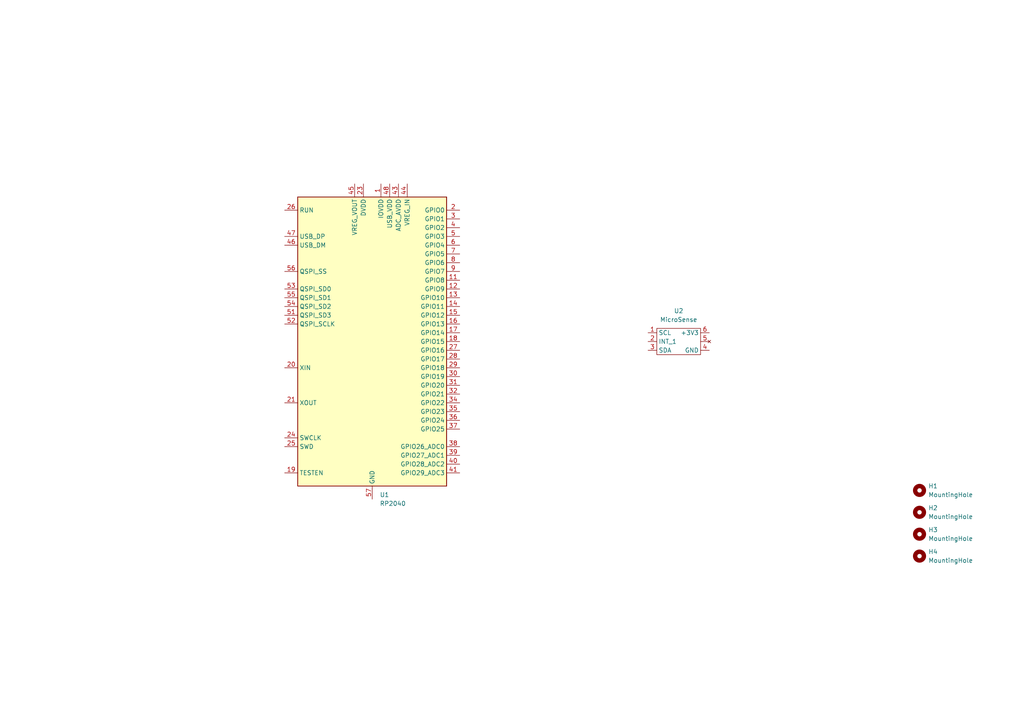
<source format=kicad_sch>
(kicad_sch (version 20231120) (generator "eeschema") (generator_version "8.0")
  (paper "A4")
  (lib_symbols
    (symbol "MCU_RaspberryPi:RP2040"
      (property "Reference" "U" (at 17.78 45.72 0))
      (property "Value" "RP2040" (at 17.78 43.18 0))
      (symbol "RP2040_0_1"
        (rectangle (start -21.59 41.91) (end 21.59 -41.91) (stroke (width 0.254)) (fill (type background)))
      )
      (symbol "RP2040_1_1"
        (pin power_in line (at 2.54 45.72 270) (length 3.81) (name "IOVDD") (number "1"))
        (pin passive line (at 2.54 45.72 270) (length 3.81) hide (name "IOVDD") (number "10"))
        (pin bidirectional line (at 25.4 17.78 180) (length 3.81) (name "GPIO8") (number "11"))
        (pin bidirectional line (at 25.4 15.24 180) (length 3.81) (name "GPIO9") (number "12"))
        (pin bidirectional line (at 25.4 12.7 180) (length 3.81) (name "GPIO10") (number "13"))
        (pin bidirectional line (at 25.4 10.16 180) (length 3.81) (name "GPIO11") (number "14"))
        (pin bidirectional line (at 25.4 7.62 180) (length 3.81) (name "GPIO12") (number "15"))
        (pin bidirectional line (at 25.4 5.08 180) (length 3.81) (name "GPIO13") (number "16"))
        (pin bidirectional line (at 25.4 2.54 180) (length 3.81) (name "GPIO14") (number "17"))
        (pin bidirectional line (at 25.4 0 180) (length 3.81) (name "GPIO15") (number "18"))
        (pin input line (at -25.4 -38.1 0) (length 3.81) (name "TESTEN") (number "19"))
        (pin bidirectional line (at 25.4 38.1 180) (length 3.81) (name "GPIO0") (number "2"))
        (pin input line (at -25.4 -7.62 0) (length 3.81) (name "XIN") (number "20"))
        (pin passive line (at -25.4 -17.78 0) (length 3.81) (name "XOUT") (number "21"))
        (pin passive line (at 2.54 45.72 270) (length 3.81) hide (name "IOVDD") (number "22"))
        (pin power_in line (at -2.54 45.72 270) (length 3.81) (name "DVDD") (number "23"))
        (pin input line (at -25.4 -27.94 0) (length 3.81) (name "SWCLK") (number "24"))
        (pin bidirectional line (at -25.4 -30.48 0) (length 3.81) (name "SWD") (number "25"))
        (pin input line (at -25.4 38.1 0) (length 3.81) (name "RUN") (number "26"))
        (pin bidirectional line (at 25.4 -2.54 180) (length 3.81) (name "GPIO16") (number "27"))
        (pin bidirectional line (at 25.4 -5.08 180) (length 3.81) (name "GPIO17") (number "28"))
        (pin bidirectional line (at 25.4 -7.62 180) (length 3.81) (name "GPIO18") (number "29"))
        (pin bidirectional line (at 25.4 35.56 180) (length 3.81) (name "GPIO1") (number "3"))
        (pin bidirectional line (at 25.4 -10.16 180) (length 3.81) (name "GPIO19") (number "30"))
        (pin bidirectional line (at 25.4 -12.7 180) (length 3.81) (name "GPIO20") (number "31"))
        (pin bidirectional line (at 25.4 -15.24 180) (length 3.81) (name "GPIO21") (number "32"))
        (pin passive line (at 2.54 45.72 270) (length 3.81) hide (name "IOVDD") (number "33"))
        (pin bidirectional line (at 25.4 -17.78 180) (length 3.81) (name "GPIO22") (number "34"))
        (pin bidirectional line (at 25.4 -20.32 180) (length 3.81) (name "GPIO23") (number "35"))
        (pin bidirectional line (at 25.4 -22.86 180) (length 3.81) (name "GPIO24") (number "36"))
        (pin bidirectional line (at 25.4 -25.4 180) (length 3.81) (name "GPIO25") (number "37"))
        (pin bidirectional line (at 25.4 -30.48 180) (length 3.81) (name "GPIO26_ADC0") (number "38"))
        (pin bidirectional line (at 25.4 -33.02 180) (length 3.81) (name "GPIO27_ADC1") (number "39"))
        (pin bidirectional line (at 25.4 33.02 180) (length 3.81) (name "GPIO2") (number "4"))
        (pin bidirectional line (at 25.4 -35.56 180) (length 3.81) (name "GPIO28_ADC2") (number "40"))
        (pin bidirectional line (at 25.4 -38.1 180) (length 3.81) (name "GPIO29_ADC3") (number "41"))
        (pin passive line (at 2.54 45.72 270) (length 3.81) hide (name "IOVDD") (number "42"))
        (pin power_in line (at 7.62 45.72 270) (length 3.81) (name "ADC_AVDD") (number "43"))
        (pin power_in line (at 10.16 45.72 270) (length 3.81) (name "VREG_IN") (number "44"))
        (pin power_out line (at -5.08 45.72 270) (length 3.81) (name "VREG_VOUT") (number "45"))
        (pin bidirectional line (at -25.4 27.94 0) (length 3.81) (name "USB_DM") (number "46"))
        (pin bidirectional line (at -25.4 30.48 0) (length 3.81) (name "USB_DP") (number "47"))
        (pin power_in line (at 5.08 45.72 270) (length 3.81) (name "USB_VDD") (number "48"))
        (pin passive line (at 2.54 45.72 270) (length 3.81) hide (name "IOVDD") (number "49"))
        (pin bidirectional line (at 25.4 30.48 180) (length 3.81) (name "GPIO3") (number "5"))
        (pin passive line (at -2.54 45.72 270) (length 3.81) hide (name "DVDD") (number "50"))
        (pin bidirectional line (at -25.4 7.62 0) (length 3.81) (name "QSPI_SD3") (number "51"))
        (pin output line (at -25.4 5.08 0) (length 3.81) (name "QSPI_SCLK") (number "52"))
        (pin bidirectional line (at -25.4 15.24 0) (length 3.81) (name "QSPI_SD0") (number "53"))
        (pin bidirectional line (at -25.4 10.16 0) (length 3.81) (name "QSPI_SD2") (number "54"))
        (pin bidirectional line (at -25.4 12.7 0) (length 3.81) (name "QSPI_SD1") (number "55"))
        (pin bidirectional line (at -25.4 20.32 0) (length 3.81) (name "QSPI_SS") (number "56"))
        (pin power_in line (at 0 -45.72 90) (length 3.81) (name "GND") (number "57"))
        (pin bidirectional line (at 25.4 27.94 180) (length 3.81) (name "GPIO4") (number "6"))
        (pin bidirectional line (at 25.4 25.4 180) (length 3.81) (name "GPIO5") (number "7"))
        (pin bidirectional line (at 25.4 22.86 180) (length 3.81) (name "GPIO6") (number "8"))
        (pin bidirectional line (at 25.4 20.32 180) (length 3.81) (name "GPIO7") (number "9"))
      )
    )
    (symbol "Mechanical:MountingHole" (pin_names (offset 1.016)) (exclude_from_sim yes) (in_bom no)
      (property "Reference" "H" (at 0 5.08 0))
      (property "Value" "MountingHole" (at 0 3.175 0))
      (symbol "MountingHole_0_1"
        (circle (center 0 0) (radius 1.27) (stroke (width 1.27)))
      )
    )
    (symbol "UCA Symbols:MicroSense"
      (property "Reference" "U4" (at 0 12.7 0))
      (property "Value" "~" (at 0 10.16 0))
      (symbol "MicroSense_1_1"
        (rectangle (start -6.35 8.89) (end 6.35 1.27))
        (pin output line (at -8.89 7.62 0) (length 2.54) (name "SCL") (number "1"))
        (pin output line (at -8.89 5.08 0) (length 2.54) (name "INT_1") (number "2"))
        (pin output line (at -8.89 2.54 0) (length 2.54) (name "SDA") (number "3"))
        (pin input line (at 8.89 2.54 180) (length 2.54) (name "GND") (number "4"))
        (pin no_connect line (at 8.89 5.08 180) (length 2.54) (name "") (number "5"))
        (pin input line (at 8.89 7.62 180) (length 2.54) (name "+3V3") (number "6"))
      )
    )
  )
  (symbol (lib_id "Mechanical:MountingHole") (at 266.7 142.24 0) (unit 1) (exclude_from_sim yes) (in_bom no)
    (property "Reference" "H1" (at 269.24 140.9699 0) (effects (justify left)))
    (property "Value" "MountingHole" (at 269.24 143.5099 0) (effects (justify left)))
    (property "Footprint" "MountingHole:MountingHole_3mm" (effects (hide yes)))
    (property "Description" "Mounting Hole without connection" (effects (hide yes)))
  )
  (symbol (lib_id "Mechanical:MountingHole") (at 266.7 161.29 0) (unit 1) (exclude_from_sim yes) (in_bom no)
    (property "Reference" "H4" (at 269.24 160.0199 0) (effects (justify left)))
    (property "Value" "MountingHole" (at 269.24 162.5599 0) (effects (justify left)))
    (property "Footprint" "MountingHole:MountingHole_3mm" (effects (hide yes)))
    (property "Description" "Mounting Hole without connection" (effects (hide yes)))
  )
  (symbol (lib_id "Mechanical:MountingHole") (at 266.7 148.59 0) (unit 1) (exclude_from_sim yes) (in_bom no)
    (property "Reference" "H2" (at 269.24 147.3199 0) (effects (justify left)))
    (property "Value" "MountingHole" (at 269.24 149.8599 0) (effects (justify left)))
    (property "Footprint" "MountingHole:MountingHole_3mm" (effects (hide yes)))
    (property "Description" "Mounting Hole without connection" (effects (hide yes)))
  )
  (symbol (lib_id "UCA Symbols:MicroSense") (at 196.85 104.14 0) (unit 1)
    (property "Reference" "U2" (at 196.85 90.17 0))
    (property "Value" "MicroSense" (at 196.85 92.71 0))
    (property "Footprint" "Sense Board:UCA_Sense" (effects (hide yes)))
  )
  (symbol (lib_id "MCU_RaspberryPi:RP2040") (at 107.95 99.06 0) (unit 1)
    (property "Reference" "U1" (at 110.1441 143.51 0) (effects (justify left)))
    (property "Value" "RP2040" (at 110.1441 146.05 0) (effects (justify left)))
    (property "Footprint" "Package_DFN_QFN:QFN-56-1EP_7x7mm_P0.4mm_EP3.2x3.2mm" (effects (hide yes)))
    (property "Datasheet" "https://datasheets.raspberrypi.com/rp2040/rp2040-datasheet.pdf" (effects (hide yes)))
    (property "Description" "A microcontroller by Raspberry Pi" (effects (hide yes)))
  )
  (symbol (lib_id "Mechanical:MountingHole") (at 266.7 154.94 0) (unit 1) (exclude_from_sim yes) (in_bom no)
    (property "Reference" "H3" (at 269.24 153.6699 0) (effects (justify left)))
    (property "Value" "MountingHole" (at 269.24 156.2099 0) (effects (justify left)))
    (property "Footprint" "MountingHole:MountingHole_3mm" (effects (hide yes)))
    (property "Description" "Mounting Hole without connection" (effects (hide yes)))
  )
)
</source>
